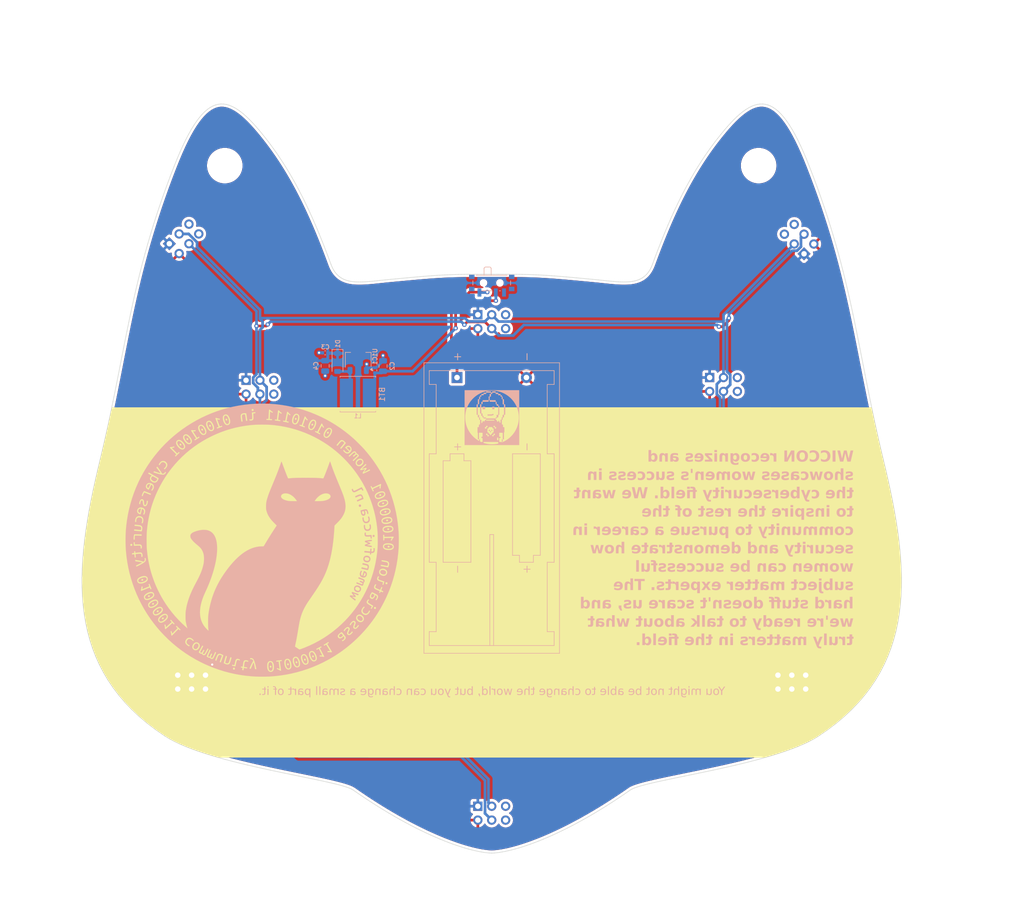
<source format=kicad_pcb>
(kicad_pcb (version 20240108) (generator "pcbnew") (generator_version "8.0")
  (layers (0 "F.Cu" signal) (31 "B.Cu" signal) (34 "B.Paste" user) (35 "F.Paste" user) (36 "B.SilkS" user "B.Silkscreen") (37 "F.SilkS" user "F.Silkscreen") (38 "B.Mask" user) (39 "F.Mask" user) (44 "Edge.Cuts" user))
  (net 0 "")
  (net 1 "SCL")
  (net 2 "SDA")
  (net 17 "GND")
  (net 18 "+3.3V")
  (net 21 "Net-(D1-A)")
  (net 22 "Net-(BT1-+)")
  (net 23 "Net-(SW1-B)")
  (footprint "Library:sao_nametag_holder" (layer "F.Cu") (at 0 0))
  (footprint "Library:PinSocket_2x03_P2.54mm_Vertical_nosilk" (layer "F.Cu") (at -2.54 60 90))
  (footprint "Library:PinSocket_2x03_P2.54mm_Vertical_nosilk" (layer "F.Cu") (at -44.96 -18 90))
  (footprint "Library:PinSocket_2x03_P2.54mm_Vertical_nosilk" (layer "F.Cu") (at 52.38 36 90))
  (footprint "Library:PinSocket_2x03_P2.54mm_Vertical_nosilk" (layer "F.Cu") (at -57.46 36 90))
  (footprint "MountingHole:MountingHole_6mm" (layer "F.Cu") (at -48.85 -57.3))
  (footprint "MountingHole:MountingHole_6mm" (layer "F.Cu") (at 48.85 -57.3))
  (footprint "Library:PinSocket_2x03_P2.54mm_Vertical_nosilk" (layer "F.Cu") (at -2.54 -30 90))
  (footprint "Library:PinSocket_2x03_P2.54mm_Vertical_nosilk" (layer "F.Cu") (at -59 -43 135))
  (footprint "Library:PinSocket_2x03_P2.54mm_Vertical_nosilk" (layer "F.Cu") (at 57.157 -41.156 -135))
  (footprint "Library:PinSocket_2x03_P2.54mm_Vertical_nosilk" (layer "F.Cu") (at 39.88 -18.5 90))
  (footprint "Capacitor_SMD:C_0402_1005Metric" (layer "B.Cu") (at -21.3882 -19.8204 -90))
  (footprint "Capacitor_SMD:C_0402_1005Metric" (layer "B.Cu") (at -30.4814 -23.0182))
  (footprint "Library:stamp" (layer "B.Cu") (at 7.874 52.324 180))
  (footprint "Library:BatteryHolder_Keystone_2468_2xAAA_noholes" (layer "B.Cu") (at -6.35 -18.5 -90))
  (footprint "Capacitor_SMD:C_0805_2012Metric" (layer "B.Cu") (at -30.4814 -20.6306 -90))
  (footprint "Diode_SMD:D_SOD-123" (layer "B.Cu") (at -28.2208 -21.2656 -90))
  (footprint "Button_Switch_SMD:SW_SPDT_PCM12" (layer "B.Cu") (at 0 -35.5))
  (footprint "Library:Chantal" (layer "B.Cu") (at 0 -11.43 180))
  (footprint "Capacitor_SMD:C_0805_2012Metric" (layer "B.Cu") (at -19.8896 -20.6052 90))
  (footprint "Package_TO_SOT_SMD:SOT-89-3" (layer "B.Cu") (at -24.4348 -21.7424 90))
  (footprint "Inductor_SMD:L_Cenker_CKCS6020" (layer "B.Cu") (at -24.487 -15.449 180))
  (footprint "Library:full_wicca_logo" (layer "B.Cu") (at -76.723071 45.98872 180))
  (gr_text "You might not be able to change the world, but you can change a small part of it." (at 0 39.878 0) (layer "B.SilkS") (effects (font (size 1.5 1.5) (thickness 0.1875)) (justify bottom mirror)))
  (gr_text_box "WICCON recognizes and showcases women's success in the cybersecurity field. We want to inspire the rest of the community to pursue a career in security and demonstrate how women can be successful subject matter experts. The hard stuff doesn't scare us, and we're ready to talk about what truly matters in the field." (start 12.5095 -6.604) (end 67.7545 33.782) (layer "B.SilkS") (effects (font (size 2 2) (thickness 0.15) (bold yes)) (justify left top mirror)) (border no))
  (segment (start 41.5798 -27.813) (end 42.267312 -27.813) (width 0.5) (layer "F.Cu") (net 1))
  (segment (start 42.267312 -27.813) (end 43.4086 -28.954288) (width 0.5) (layer "F.Cu") (net 1))
  (segment (start -43.047 -27.94) (end -41.275 -27.94) (width 0.5) (layer "F.Cu") (net 1))
  (segment (start 43.4086 -28.954288) (end 43.4086 -29.3878) (width 0.5) (layer "F.Cu") (net 1))
  (segment (start -5.0038 -28.1686) (end -4.4854 -28.687) (width 0.5) (layer "F.Cu") (net 1))
  (segment (start -1.227 -28.687) (end 0 -27.46) (width 0.5) (layer "F.Cu") (net 1))
  (segment (start -41.275 -27.94) (end -40.9956 -28.2194) (width 0.5) (layer "F.Cu") (net 1))
  (segment (start -4.4854 -28.687) (end -1.227 -28.687) (width 0.5) (layer "F.Cu") (net 1))
  (via (at 43.4086 -29.3878) (size 0.8) (drill 0.4) (layers "F.Cu" "B.Cu") (net 1))
  (via (at -43.047 -27.94) (size 0.8) (drill 0.4) (layers "F.Cu" "B.Cu") (net 1))
  (via (at -40.9956 -28.2194) (size 0.8) (drill 0.4) (layers "F.Cu" "B.Cu") (net 1))
  (via (at 41.5798 -27.813) (size 0.8) (drill 0.4) (layers "F.Cu" "B.Cu") (net 1))
  (via (at -5.0038 -28.1686) (size 0.8) (drill 0.4) (layers "F.Cu" "B.Cu") (net 1))
  (segment (start 43.647 -17.187) (end 42.42 -15.96) (width 0.5) (layer "B.Cu") (net 1))
  (segment (start -43.047 -19.108241) (end -43.647 -18.508241) (width 0.5) (layer "B.Cu") (net 1))
  (segment (start -46.268512 39.9368) (end -35.303712 50.9016) (width 0.5) (layer "B.Cu") (net 1))
  (segment (start 56.5912 -44.182302) (end 57.157 -44.748102) (width 0.5) (layer "B.Cu") (net 1))
  (segment (start 43.4086 -30.11299) (end 55.020661 -41.725051) (width 0.5) (layer "B.Cu") (net 1))
  (segment (start 56.147 37.313) (end 56.147 34.811) (width 0.5) (layer "B.Cu") (net 1))
  (segment (start -53.607 34.2522) (end -53.607 37.227) (width 0.5) (layer "B.Cu") (net 1))
  (segment (start 43.647 -19.008241) (end 43.647 -17.187) (width 0.5) (layer "B.Cu") (net 1))
  (segment (start -5.5812 -28.746) (end -5.0038 -28.1686) (width 0.5) (layer "B.Cu") (net 1))
  (segment (start -53.5232 39.9368) (end -46.268512 39.9368) (width 0.5) (layer "B.Cu") (net 1))
  (segment (start -1.227 55.288) (end -1.227 61.313) (width 0.5) (layer "B.Cu") (net 1))
  (segment (start -43.647 -18.508241) (end -43.647 -17.491759) (width 0.5) (layer "B.Cu") (net 1))
  (segment (start -5.6134 50.9016) (end -1.227 55.288) (width 0.5) (layer "B.Cu") (net 1))
  (segment (start 43.047 -29.0262) (end 43.047 -19.608241) (width 0.5) (layer "B.Cu") (net 1))
  (segment (start 55.547 32.2552) (end 42.42 19.1282) (width 0.5) (layer "B.Cu") (net 1))
  (segment (start 55.86919 -41.725051) (end 56.5912 -42.447061) (width 0.5) (layer "B.Cu") (net 1))
  (segment (start -43.047 -30.639102) (end -43.047 -19.108241) (width 0.5) (layer "B.Cu") (net 1))
  (segment (start 43.4086 -29.3878) (end 43.047 -29.0262) (width 0.5) (layer "B.Cu") (net 1))
  (segment (start 55.547 34.211) (end 55.547 32.2552) (width 0.5) (layer "B.Cu") (net 1))
  (segment (start 1.2726 -26.1874) (end 0 -27.46) (width 0.5) (layer "B.Cu") (net 1))
  (segment (start 43.4086 -29.3878) (end 43.4086 -30.11299) (width 0.5) (layer "B.Cu") (net 1))
  (segment (start -42.418 23.0632) (end -53.607 34.2522) (width 0.5) (layer "B.Cu") (net 1))
  (segment (start 41.267 -28.1258) (end 5.8754 -28.1258) (width 0.5) (layer "B.Cu") (net 1))
  (segment (start 56.5912 -42.447061) (end 56.5912 -44.182302) (width 0.5) (layer "B.Cu") (net 1))
  (segment (start 43.047 -19.608241) (end 43.647 -19.008241) (width 0.5) (layer "B.Cu") (net 1))
  (segment (start 42.42 19.1282) (end 42.42 -15.96) (width 0.5) (layer "B.Cu") (net 1))
  (segment (start -40.469 -28.746) (end -5.5812 -28.746) (width 0.5) (layer "B.Cu") (net 1))
  (segment (start 3.937 -26.1874) (end 1.2726 -26.1874) (width 0.5) (layer "B.Cu") (net 1))
  (segment (start -54.92 38.54) (end -53.5232 39.9368) (width 0.5) (layer "B.Cu") (net 1))
  (segment (start -42.418 -15.458) (end -42.418 23.0632) (width 0.5) (layer "B.Cu") (net 1))
  (segment (start -40.9956 -28.2194) (end -40.469 -28.746) (width 0.5) (layer "B.Cu") (net 1))
  (segment (start 56.147 34.811) (end 55.547 34.211) (width 0.5) (layer "B.Cu") (net 1))
  (segment (start -42.799 -16.643759) (end -42.799 -15.839) (width 0.5) (layer "B.Cu") (net 1))
  (segment (start -55.407898 -43) (end -43.047 -30.639102) (width 0.5) (layer "B.Cu") (net 1))
  (segment (start 54.92 38.54) (end 56.147 37.313) (width 0.5) (layer "B.Cu") (net 1))
  (segment (start -53.607 37.227) (end -54.92 38.54) (width 0.5) (layer "B.Cu") (net 1))
  (segment (start 55.020661 -41.725051) (end 55.86919 -41.725051) (width 0.5) (layer "B.Cu") (net 1))
  (segment (start 5.8754 -28.1258) (end 3.937 -26.1874) (width 0.5) (layer "B.Cu") (net 1))
  (segment (start 41.5798 -27.813) (end 41.267 -28.1258) (width 0.5) (layer "B.Cu") (net 1))
  (segment (start -1.227 61.313) (end 0 62.54) (width 0.5) (layer "B.Cu") (net 1))
  (segment (start -35.303712 50.9016) (end -5.6134 50.9016) (width 0.5) (layer "B.Cu") (net 1))
  (segment (start -43.647 -17.491759) (end -42.799 -16.643759) (width 0.5) (layer "B.Cu") (net 1))
  (segment (start -53.0068 34.0868) (end -54.92 36) (width 0.5) (layer "F.Cu") (net 2))
  (segment (start -51.153 34.0588) (end -51.181 34.0868) (width 0.5) (layer "F.Cu") (net 2))
  (segment (start -51.181 34.0868) (end -53.0068 34.0868) (width 0.5) (layer "F.Cu") (net 2))
  (via (at -51.153 34.0588) (size 0.8) (drill 0.4) (layers "F.Cu" "B.Cu") (net 2))
  (segment (start 41.193 -17.273) (end 42.42 -18.5) (width 0.5) (layer "B.Cu") (net 2))
  (segment (start 41.793 19.387912) (end 41.793 -14.851759) (width 0.5) (layer "B.Cu") (net 2))
  (segment (start -4.8768 -29.373) (end -42.3078 -29.373) (width 0.5) (layer "B.Cu") (net 2))
  (segment (start -42.42 -30.898814) (end -53.9242 -42.403014) (width 0.5) (layer "B.Cu") (net 2))
  (segment (start 41.193 -15.451759) (end 41.193 -17.273) (width 0.5) (layer "B.Cu") (net 2))
  (segment (start -53.9242 -42.403014) (end -53.9242 -43.251543) (width 0.5) (layer "B.Cu") (net 2))
  (segment (start -55.468708 -44.796051) (end -57.203949 -44.796051) (width 0.5) (layer "B.Cu") (net 2))
  (segment (start -42.42 -18) (end -41.193 -16.773) (width 0.5) (layer "B.Cu") (net 2))
  (segment (start -51.153 37.5438) (end -49.387 39.3098) (width 0.5) (layer "B.Cu") (net 2))
  (segment (start -53.9242 -43.251543) (end -55.468708 -44.796051) (width 0.5) (layer "B.Cu") (net 2))
  (segment (start -0.6 55.028288) (end -0.6 59.4) (width 0.5) (layer "B.Cu") (net 2))
  (segment (start -49.387 39.3098) (end -46.0088 39.3098) (width 0.5) (layer "B.Cu") (net 2))
  (segment (start 41.793 -14.851759) (end 41.193 -15.451759) (width 0.5) (layer "B.Cu") (net 2))
  (segment (start 42.3204 -28.7528) (end 42.42 -28.8524) (width 0.5) (layer "B.Cu") (net 2))
  (segment (start -41.9354 -27.686) (end -41.9354 -28.7762) (width 0.5) (layer "B.Cu") (net 2))
  (segment (start -42.42 -29.2608) (end -42.42 -30.898814) (width 0.5) (layer "B.Cu") (net 2))
  (segment (start 1.2472 -28.7528) (end 42.3204 -28.7528) (width 0.5) (layer "B.Cu") (net 2))
  (segment (start -1.227 -28.773) (end -4.2768 -28.773) (width 0.5) (layer "B.Cu") (net 2))
  (segment (start 42.42 -28.8524) (end 42.42 -18.5) (width 0.5) (layer "B.Cu") (net 2))
  (segment (start -41.791 -13.7668) (end -41.791 23.322912) (width 0.5) (layer "B.Cu") (net 2))
  (segment (start -41.9354 -28.7762) (end -42.42 -29.2608) (width 0.5) (layer "B.Cu") (net 2))
  (segment (start -42.3078 -29.373) (end -42.42 -29.2608) (width 0.5) (layer "B.Cu") (net 2))
  (segment (start 0 -30) (end -1.227 -28.773) (width 0.5) (layer "B.Cu") (net 2))
  (segment (start 54.92 32.514912) (end 41.793 19.387912) (width 0.5) (layer "B.Cu") (net 2))
  (segment (start -4.2768 -28.773) (end -4.8768 -29.373) (width 0.5) (layer "B.Cu") (net 2))
  (segment (start 0 -30) (end 1.2472 -28.7528) (width 0.5) (layer "B.Cu") (net 2))
  (segment (start -0.6 59.4) (end 0 60) (width 0.5) (layer "B.Cu") (net 2))
  (segment (start -46.0088 39.3098) (end -35.044 50.2746) (width 0.5) (layer "B.Cu") (net 2))
  (segment (start 42.42 -30.011102) (end 55.360949 -42.952051) (width 0.5) (layer "B.Cu") (net 2))
  (segment (start -41.193 -16.773) (end -41.193 -14.3648) (width 0.5) (layer "B.Cu") (net 2))
  (segment (start -51.153 32.684912) (end -51.153 34.0588) (width 0.5) (layer "B.Cu") (net 2))
  (segment (start 54.92 36) (end 54.92 32.514912) (width 0.5) (layer "B.Cu") (net 2))
  (segment (start -42.42 -18) (end -42.42 -27.2014) (width 0.5) (layer "B.Cu") (net 2))
  (segment (start -41.193 -14.3648) (end -41.791 -13.7668) (width 0.5) (layer "B.Cu") (net 2))
  (segment (start -42.42 -27.2014) (end -41.9354 -27.686) (width 0.5) (layer "B.Cu") (net 2))
  (segment (start -35.044 50.2746) (end -5.353688 50.2746) (width 0.5) (layer "B.Cu") (net 2))
  (segment (start -41.791 23.322912) (end -51.153 32.684912) (width 0.5) (layer "B.Cu") (net 2))
  (segment (start 42.42 -28.8524) (end 42.42 -30.011102) (width 0.5) (layer "B.Cu") (net 2))
  (segment (start -5.353688 50.2746) (end -0.6 55.028288) (width 0.5) (layer "B.Cu") (net 2))
  (segment (start -51.153 34.0588) (end -51.153 37.5438) (width 0.5) (layer "B.Cu") (net 2))
  (via (at -19.8896 -22.5298) (size 0.8) (drill 0.4) (layers "F.Cu" "B.Cu") (net 17))
  (via (at -31.5976 -23.0378) (size 0.8) (drill 0.4) (layers "F.Cu" "B.Cu") (net 17))
  (via (at -22.8854 -20.955) (size 0.8) (drill 0.4) (layers "F.Cu" "B.Cu") (net 17))
  (via (at -30.4814 -18.8214) (size 0.8) (drill 0.4) (layers "F.Cu" "B.Cu") (net 17))
  (segment (start -21.1444 -20.3004) (end -19.8896 -21.5552) (width 0.5) (layer "B.Cu") (net 17))
  (segment (start -22.8854 -20.955) (end -22.8854 -19.8418) (width 0.5) (layer "B.Cu") (net 17))
  (segment (start -19.8896 -22.5298) (end -19.8896 -21.5552) (width 0.5) (layer "B.Cu") (net 17))
  (segment (start -31.578 -23.0182) (end -31.5976 -23.0378) (width 0.5) (layer "B.Cu") (net 17))
  (segment (start -22.4268 -20.3004) (end -21.3882 -20.3004) (width 0.5) (layer "B.Cu") (net 17))
  (segment (start -21.3882 -20.3004) (end -21.1444 -20.3004) (width 0.5) (layer "B.Cu") (net 17))
  (segment (start -22.9348 -19.7924) (end -22.4268 -20.3004) (width 0.5) (layer "B.Cu") (net 17))
  (segment (start -30.9614 -23.0182) (end -31.578 -23.0182) (width 0.5) (layer "B.Cu") (net 17))
  (segment (start -30.4814 -18.8214) (end -30.4814 -19.6806) (width 0.5) (layer "B.Cu") (net 17))
  (segment (start -28.2208 -22.9156) (end -29.8988 -22.9156) (width 0.5) (layer "B.Cu") (net 18))
  (segment (start -24.4348 -21.95) (end -25.4004 -22.9156) (width 0.5) (layer "B.Cu") (net 18))
  (segment (start -25.4004 -22.9156) (end -28.2208 -22.9156) (width 0.5) (layer "B.Cu") (net 18))
  (segment (start -28.7644 -21.5806) (end -28.7288 -21.545) (width 0.5) (layer "B.Cu") (net 18))
  (segment (start -30.4814 -21.5806) (end -30.0014 -22.0606) (width 0.5) (layer "B.Cu") (net 18))
  (segment (start -29.8988 -22.9156) (end -30.0014 -23.0182) (width 0.5) (layer "B.Cu") (net 18))
  (segment (start -30.0014 -22.0606) (end -30.0014 -23.0182) (width 0.5) (layer "B.Cu") (net 18))
  (segment (start -30.4814 -21.5806) (end -28.7644 -21.5806) (width 0.5) (layer "B.Cu") (net 18))
  (segment (start -28.2208 -19.6156) (end -26.1116 -19.6156) (width 0.5) (layer "B.Cu") (net 21))
  (segment (start -25.9348 -19.7924) (end -25.9348 -16.1012) (width 0.5) (layer "B.Cu") (net 21))
  (segment (start -7.381 -21.231) (end -7.381 -30.824956) (width 0.5) (layer "F.Cu") (net 22))
  (segment (start -6.35 -20.2) (end -6.35 -18.5) (width 0.5) (layer "F.Cu") (net 22))
  (segment (start -7.381 -21.231) (end -6.35 -20.2) (width 0.5) (layer "F.Cu") (net 22))
  (segment (start -4.068356 -34.1376) (end -0.8128 -34.1376) (width 0.5) (layer "F.Cu") (net 22))
  (segment (start -7.381 -30.824956) (end -4.068356 -34.1376) (width 0.5) (layer "F.Cu") (net 22))
  (via (at -0.8128 -34.1376) (size 0.8) (drill 0.4) (layers "F.Cu" "B.Cu") (net 22))
  (segment (start -2.25 -34.07) (end -0.8804 -34.07) (width 0.5) (layer "B.Cu") (net 22))
  (segment (start -0.8804 -34.07) (end -0.8128 -34.1376) (width 0.5) (layer "B.Cu") (net 22))
  (segment (start -4.756444 -32.5628) (end 0.762 -32.5628) (width 0.5) (layer "F.Cu") (net 23))
  (segment (start -6.604 -30.715244) (end -4.756444 -32.5628) (width 0.5) (layer "F.Cu") (net 23))
  (segment (start -6.604 -27.5336) (end -6.604 -30.715244) (width 0.5) (layer "F.Cu") (net 23))
  (via (at -6.604 -27.5336) (size 0.8) (drill 0.4) (layers "F.Cu" "B.Cu") (net 23))
  (via (at 0.762 -32.5628) (size 0.8) (drill 0.4) (layers "F.Cu" "B.Cu") (net 23))
  (segment (start -6.604 -27.5336) (end -14.4824 -19.6552) (width 0.5) (layer "B.Cu") (net 23))
  (segment (start -21.3882 -16.4478) (end -22.387 -15.449) (width 0.5) (layer "B.Cu") (net 23))
  (segment (start 0.762 -32.5628) (end 0.762 -34.058) (width 0.5) (layer "B.Cu") (net 23))
  (segment (start -14.4824 -19.6552) (end -19.8896 -19.6552) (width 0.5) (layer "B.Cu") (net 23))
  (segment (start -21.3882 -19.3404) (end -21.3882 -16.4478) (width 0.5) (layer "B.Cu") (net 23))
  (segment (start -21.3882 -19.3404) (end -20.2044 -19.3404) (width 0.5) (layer "B.Cu") (net 23))
  (segment (start -20.2044 -19.3404) (end -19.8896 -19.6552) (width 0.5) (layer "B.Cu") (net 23))
  (zone (net 17) (net_name "GND") (layer "F.Cu") (connect_pads (clearance 0.5)) (min_thickness 0.25) (fill yes (thermal_gap 0.5) (thermal_bridge_width 0.5))
    (polygon (pts (xy -87.24 -87.63) (xy 97.418 -86.236) (xy 97.072291 76.025709) (xy -87.907347 76.454)))
  )
  (zone (net 18) (net_name "+3.3V") (layer "B.Cu") (connect_pads (clearance 0.5)) (min_thickness 0.25) (fill yes (thermal_gap 0.5) (thermal_bridge_width 0.5))
    (polygon (pts (xy -89.321893 -87.066613) (xy 95.336107 -85.672613) (xy 94.990398 76.589096) (xy -89.98924 77.017387)))
  )
)
</source>
